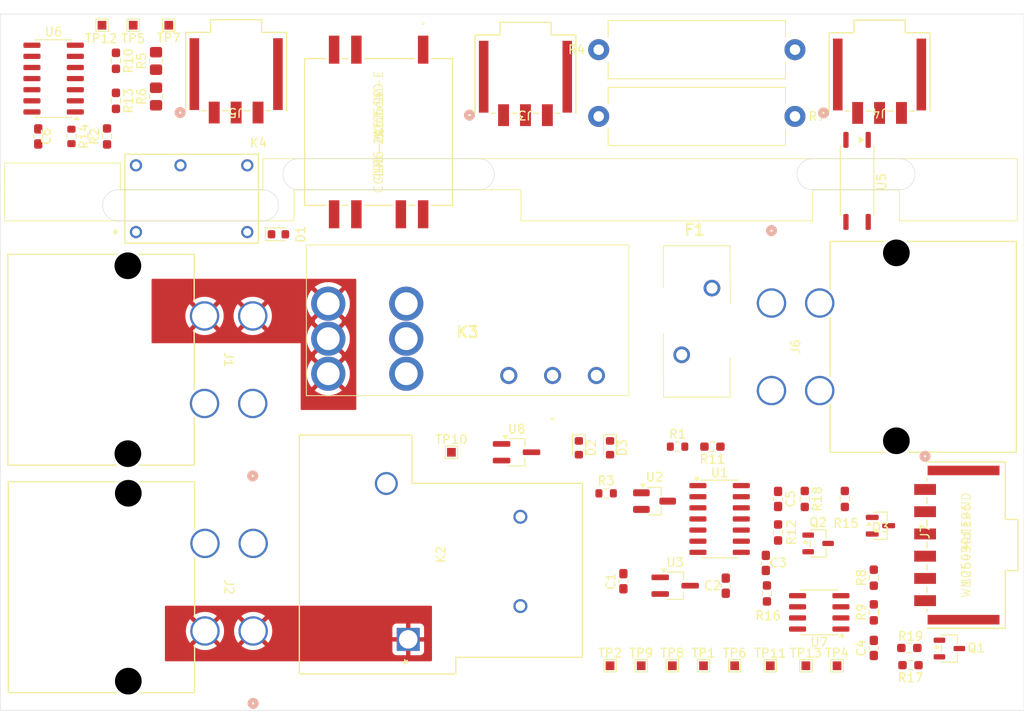
<source format=kicad_pcb>
(kicad_pcb (version 20241229) (generator "pcbnew") (generator_version "9.0")
  (title_block (title "Power Electronics Board") (date "1/31/2026") (rev "Revision 1.0") (company "Formula Slug"))
  (layers (0 "F.Cu" signal) (2 "B.Cu" signal) (13 "F.Paste" user) (15 "B.Paste" user) (5 "F.SilkS" user "F.Silkscreen") (7 "B.SilkS" user "B.Silkscreen") (1 "F.Mask" user) (3 "B.Mask" user) (25 "Edge.Cuts" user))
  (net 0 "")
  (net 1 "RTM_Out")
  (net 2 "GND")
  (net 3 "+5V_LV")
  (net 4 "Net-(U7-THR)")
  (net 5 "Net-(C5-Pad1)")
  (net 6 "TS-")
  (net 7 "Net-(C6-Pad1)")
  (net 8 "Shutdown Final")
  (net 9 "Net-(D2-K)")
  (net 10 "Reset Button")
  (net 11 "GLVMS")
  (net 12 "Net-(K3-COM_1)")
  (net 13 "+12V_BAT")
  (net 14 "Net-(J2-Pin_1)")
  (net 15 "/TS+")
  (net 18 "Net-(J4-Pin_3)")
  (net 19 "Net-(J4-Pin_1)")
  (net 21 "Net-(J5-Pin_1)")
  (net 22 "Net-(J5-Pin_3)")
  (net 23 "TS Ready")
  (net 24 "RTM_In")
  (net 25 "Net-(K2-Pad3)")
  (net 26 "Net-(Q1-G)")
  (net 27 "Net-(Q2-D)")
  (net 28 "Net-(Q2-G)")
  (net 29 "Net-(U1A-+)")
  (net 30 "Net-(U6A-+)")
  (net 31 "Net-(U1A--)")
  (net 32 "Net-(R5-Pad1)")
  (net 33 "Net-(U7-DIS)")
  (net 34 "2V Ref")
  (net 35 "+5V_Isolated")
  (net 36 "Net-(R14-Pad2)")
  (net 37 "Net-(U7-R)")
  (net 38 "Net-(U7-Q)")
  (footprint "Package_SO:SOIC-8_3.9x4.9mm_P1.27mm" (layer "F.Cu") (at 176.276 141.224 180)
    (property "Reference" "U7" (at 0 -3.4 0) (layer "F.SilkS"))
    (property "Value" "LM555xM")
    (pad "1" smd roundrect (at -2.475 -1.905 180) (size 1.95 0.6) (layers "F.Cu" "F.Mask" "F.Paste") (net 2 "GND"))
    (pad "2" smd roundrect (at -2.475 -0.635 180) (size 1.95 0.6) (layers "F.Cu" "F.Mask" "F.Paste") (net 4 "Net-(U7-THR)"))
    (pad "3" smd roundrect (at -2.475 0.635 180) (size 1.95 0.6) (layers "F.Cu" "F.Mask" "F.Paste") (net 38 "Net-(U7-Q)"))
    (pad "4" smd roundrect (at -2.475 1.905 180) (size 1.95 0.6) (layers "F.Cu" "F.Mask" "F.Paste") (net 37 "Net-(U7-R)"))
    (pad "5" smd roundrect (at 2.475 1.905 180) (size 1.95 0.6) (layers "F.Cu" "F.Mask" "F.Paste"))
    (pad "6" smd roundrect (at 2.475 0.635 180) (size 1.95 0.6) (layers "F.Cu" "F.Mask" "F.Paste") (net 4 "Net-(U7-THR)"))
    (pad "7" smd roundrect (at 2.475 -0.635 180) (size 1.95 0.6) (layers "F.Cu" "F.Mask" "F.Paste") (net 33 "Net-(U7-DIS)"))
    (pad "8" smd roundrect (at 2.475 -1.905 180) (size 1.95 0.6) (layers "F.Cu" "F.Mask" "F.Paste") (net 3 "+5V_LV"))
  )
  (footprint "FS_4_Global_Footprint_Library:CC1R5-1205SR-E" (layer "F.Cu") (at 125.984 86.36 -90)
    (property "Reference" "U4" (at 0 0 270) (layer "F.SilkS"))
    (property "Value" "CC1R5-1205SR-E")
    (property "Digikey PN" "445-2453-ND" (at 0 0 90) (layer "F.SilkS") (effects (font (thickness 0.1))))
    (property "MFG PN" "CC1R5-1205SR-E" (at 0 0 90) (layer "F.SilkS") (effects (font (thickness 0.1))))
    (property "MFG" "TDK-Lambda " (at 0 0 90) (layer "F.SilkS") (effects (font (thickness 0.1))))
    (fp_text user "*" (at 0 0 270) (layer "F.SilkS"))
    (fp_text user "*" (at 0 0 90) (layer "F.SilkS"))
    (pad "1" smd rect (at -9.399999 -5.085799 270) (size 3.2004 1.1938) (layers "F.Cu" "F.Mask" "F.Paste") (net 1 "RTM_Out"))
    (pad "2" smd rect (at -9.399999 2.534201 270) (size 3.2004 1.1938) (layers "F.Cu" "F.Mask" "F.Paste"))
    (pad "3" smd rect (at -9.399999 5.074201 270) (size 3.2004 1.1938) (layers "F.Cu" "F.Mask" "F.Paste") (net 2 "GND"))
    (pad "4" smd rect (at 9.399999 5.074201 270) (size 3.2004 1.1938) (layers "F.Cu" "F.Mask" "F.Paste"))
    (pad "5" smd rect (at 9.399999 2.534201 270) (size 3.2004 1.1938) (layers "F.Cu" "F.Mask" "F.Paste") (net 6 "TS-"))
    (pad "6" smd rect (at 9.399999 -2.545799 270) (size 3.2004 1.1938) (layers "F.Cu" "F.Mask" "F.Paste"))
    (pad "7" smd rect (at 9.399999 -5.085799 270) (size 3.2004 1.1938) (layers "F.Cu" "F.Mask" "F.Paste") (net 35 "+5V_Isolated"))
  )
  (footprint "Package_TO_SOT_SMD:TSOT-23_HandSoldering" (layer "F.Cu") (at 141.732 122.936)
    (property "Reference" "U8" (at 0 -2.65 0) (layer "F.SilkS"))
    (property "Value" "SZNUD3124LT1G")
    (pad "1" smd roundrect (at -1.71 -0.95) (size 2 0.65) (layers "F.Cu" "F.Mask" "F.Paste") (net 23 "TS Ready"))
    (pad "2" smd roundrect (at -1.71 0.95) (size 2 0.65) (layers "F.Cu" "F.Mask" "F.Paste") (net 2 "GND"))
    (pad "3" smd roundrect (at 1.71 0) (size 2 0.65) (layers "F.Cu" "F.Mask" "F.Paste") (net 25 "Net-(K2-Pad3)"))
  )
  (footprint "TestPoint:TestPoint_Pad_1.0x1.0mm" (layer "F.Cu") (at 155.956 147.32)
    (property "Reference" "TP9" (at 0 -1.448 0) (layer "F.SilkS"))
    (property "Value" "+12V_BAT")
    (pad "1" smd rect (at 0 0) (size 1 1) (layers "F.Cu" "F.Mask") (net 13 "+12V_BAT"))
  )
  (footprint "TestPoint:TestPoint_Pad_1.0x1.0mm" (layer "F.Cu") (at 166.624 147.32)
    (property "Reference" "TP6" (at 0 -1.448 0) (layer "F.SilkS"))
    (property "Value" "3.4V @ 12V ~ 3V @ 10.47V")
    (pad "1" smd rect (at 0 0) (size 1 1) (layers "F.Cu" "F.Mask") (net 29 "Net-(U1A-+)"))
  )
  (footprint "TestPoint:TestPoint_Pad_1.0x1.0mm" (layer "F.Cu") (at 102.043 74.168 180)
    (property "Reference" "TP7" (at 0 -1.448 0) (layer "F.SilkS"))
    (property "Value" "5V Isolated")
    (pad "1" smd rect (at 0 0 180) (size 1 1) (layers "F.Cu" "F.Mask") (net 35 "+5V_Isolated"))
  )
  (footprint "FS_4_Global_Footprint_Library:1054301103" (layer "F.Cu") (at 142.748 79.756 180)
    (property "Reference" "J3" (at 0 -4.683399 180) (layer "F.SilkS"))
    (property "Value" "1054301103")
    (pad "" smd rect (at -4.770001 -0.293401 180) (size 1.0922 8.2042) (layers "F.Cu" "F.Mask" "F.Paste"))
    (pad "" smd rect (at 4.770001 -0.293401 180) (size 1.0922 8.2042) (layers "F.Cu" "F.Mask" "F.Paste"))
    (pad "1" smd rect (at 2.5 -4.683399 180) (size 1.2446 2.4892) (layers "F.Cu" "F.Mask" "F.Paste") (net 6 "TS-"))
    (pad "2" smd rect (at 0 -4.683399 180) (size 1.2446 2.4892) (layers "F.Cu" "F.Mask" "F.Paste"))
    (pad "3" smd rect (at -2.5 -4.683399 180) (size 1.2446 2.4892) (layers "F.Cu" "F.Mask" "F.Paste") (net 15 "/TS+"))
  )
  (footprint "Resistor_SMD:R_0603_1608Metric_Pad0.98x0.95mm_HandSolder" (layer "F.Cu") (at 96.012 78.232 -90)
    (property "Reference" "R10" (at 0 -1.43 90) (layer "F.SilkS"))
    (property "Value" "10k")
    (pad "1" smd roundrect (at -0.9125 0 270) (size 0.975 0.95) (layers "F.Cu" "F.Mask" "F.Paste") (net 6 "TS-"))
    (pad "2" smd roundrect (at 0.9125 0 270) (size 0.975 0.95) (layers "F.Cu" "F.Mask" "F.Paste") (net 34 "2V Ref"))
  )
  (footprint "FS_4_Global_Footprint_Library:CONN_SDA-42820-0002_02_RC_MOL (42820-2223)" (layer "F.Cu") (at 170.8263 105.8964 90)
    (property "Reference" "J6" (at -5 2.75 90) (layer "F.SilkS"))
    (property "Value" "42820-2223")
    (pad "" np_thru_hole circle (at -15.729999 14.249999 90) (size 3.048 3.048) (drill 3.048) (layers))
    (pad "" np_thru_hole circle (at 5.729999 14.249999 90) (size 3.048 3.048) (drill 3.048) (layers))
    (pad "1_1" thru_hole circle (at 0 0 90) (size 3.3528 3.3528) (drill 2.8448) (layers "*.Cu" "*.Mask") (net 11 "GLVMS"))
    (pad "1_2" thru_hole circle (at 0 5.499999 90) (size 3.3528 3.3528) (drill 2.8448) (layers "*.Cu" "*.Mask") (net 11 "GLVMS"))
    (pad "2_1" thru_hole circle (at -10 0 90) (size 3.3528 3.3528) (drill 2.8448) (layers "*.Cu" "*.Mask") (net 2 "GND"))
    (pad "2_2" thru_hole circle (at -10 5.499999 90) (size 3.3528 3.3528) (drill 2.8448) (layers "*.Cu" "*.Mask") (net 2 "GND"))
  )
  (footprint "TestPoint:TestPoint_Pad_1.0x1.0mm" (layer "F.Cu") (at 170.688 147.32)
    (property "Reference" "TP11" (at 0 -1.448 0) (layer "F.SilkS"))
    (property "Value" "U1A Out")
    (pad "1" smd rect (at 0 0) (size 1 1) (layers "F.Cu" "F.Mask") (net 5 "Net-(C5-Pad1)"))
  )
  (footprint "Resistor_SMD:R_0603_1608Metric_Pad0.98x0.95mm_HandSolder" (layer "F.Cu") (at 164.084 122.298 180)
    (property "Reference" "R11" (at 0 -1.43 0) (layer "F.SilkS"))
    (property "Value" "10k")
    (pad "1" smd roundrect (at -0.9125 0 180) (size 0.975 0.95) (layers "F.Cu" "F.Mask" "F.Paste") (net 2 "GND"))
    (pad "2" smd roundrect (at 0.9125 0 180) (size 0.975 0.95) (layers "F.Cu" "F.Mask" "F.Paste") (net 29 "Net-(U1A-+)"))
  )
  (footprint "Resistor_SMD:R_0603_1608Metric_Pad0.98x0.95mm_HandSolder" (layer "F.Cu") (at 182.502 137.2635 90)
    (property "Reference" "R8" (at 0 -1.43 90) (layer "F.SilkS"))
    (property "Value" "1k")
    (pad "1" smd roundrect (at -0.9125 0 90) (size 0.975 0.95) (layers "F.Cu" "F.Mask" "F.Paste") (net 33 "Net-(U7-DIS)"))
    (pad "2" smd roundrect (at 0.9125 0 90) (size 0.975 0.95) (layers "F.Cu" "F.Mask" "F.Paste") (net 3 "+5V_LV"))
  )
  (footprint "TestPoint:TestPoint_Pad_1.0x1.0mm" (layer "F.Cu") (at 152.4 147.32)
    (property "Reference" "TP2" (at 0 -1.448 0) (layer "F.SilkS"))
    (property "Value" "12V")
    (pad "1" smd rect (at 0 0) (size 1 1) (layers "F.Cu" "F.Mask") (net 1 "RTM_Out"))
  )
  (footprint "FS_4_Global_Footprint_Library:01530008LXN" (layer "F.Cu") (at 166.116 109.728 90)
    (property "Reference" "F1" (at 12.192 -4.064 180) (layer "F.SilkS") (effects (font (size 1.27 1.27) (thickness 0.254))))
    (property "Value" "01530008LXN" (hide yes))
    (pad "" np_thru_hole circle (at 1.727 -3.81 90) (size 3.7846 3.7846) (drill 3.7846) (layers "*.Cu" "*.Mask"))
    (pad "1" thru_hole circle (at 5.537 -2.083 180) (size 1.905 1.905) (drill 1.27) (layers "*.Cu" "*.Mask") (net 12 "Net-(K3-COM_1)"))
    (pad "2" thru_hole circle (at -2.083 -5.537 180) (size 1.905 1.905) (drill 1.27) (layers "*.Cu" "*.Mask") (net 11 "GLVMS"))
  )
  (footprint "Capacitor_SMD:C_0603_1608Metric_Pad1.08x0.95mm_HandSolder" (layer "F.Cu") (at 171.576 128.27 -90)
    (property "Reference" "C5" (at 0 -1.43 90) (layer "F.SilkS"))
    (property "Value" "0.1uF")
    (pad "1" smd roundrect (at -0.8625 0 270) (size 1.075 0.95) (layers "F.Cu" "F.Mask" "F.Paste") (net 5 "Net-(C5-Pad1)"))
    (pad "2" smd roundrect (at 0.8625 0 270) (size 1.075 0.95) (layers "F.Cu" "F.Mask" "F.Paste") (net 2 "GND"))
  )
  (footprint "TestPoint:TestPoint_Pad_1.0x1.0mm" (layer "F.Cu") (at 163.068 147.32)
    (property "Reference" "TP1" (at 0 -1.448 0) (layer "F.SilkS"))
    (property "Value" "RTM")
    (pad "1" smd rect (at 0 0) (size 1 1) (layers "F.Cu" "F.Mask") (net 38 "Net-(U7-Q)"))
  )
  (footprint "TestPoint:TestPoint_Pad_1.0x1.0mm" (layer "F.Cu") (at 94.423 74.168)
    (property "Reference" "TP12" (at -0.108001 1.524 0) (layer "F.SilkS"))
    (property "Value" "U6A Out")
    (pad "1" smd rect (at 0 0) (size 1 1) (layers "F.Cu" "F.Mask") (net 7 "Net-(C6-Pad1)"))
  )
  (footprint "TestPoint:TestPoint_Pad_1.0x1.0mm" (layer "F.Cu") (at 134.298 122.936)
    (property "Reference" "TP10" (at 0 -1.448 0) (layer "F.SilkS"))
    (property "Value" "TS Ready")
    (pad "1" smd rect (at 0 0) (size 1 1) (layers "F.Cu" "F.Mask") (net 23 "TS Ready"))
  )
  (footprint "TestPoint:TestPoint_Pad_1.0x1.0mm" (layer "F.Cu") (at 178.308 147.32)
    (property "Reference" "TP4" (at 0 -1.448 0) (layer "F.SilkS"))
    (property "Value" "Shutdown Final")
    (pad "1" smd rect (at 0 0) (size 1 1) (layers "F.Cu" "F.Mask") (net 8 "Shutdown Final"))
  )
  (footprint "FS_4_Global_Footprint_Library:J115F1_1A_S_6_CRS" (layer "F.Cu") (at 129.3686 144.3072 90)
    (property "Reference" "K2" (at 9.6872 3.7274 90) (layer "F.SilkS"))
    (property "Value" "J115F11A24VDCS6.9")
    (fp_text user "*" (at -2.556199 0 90) (layer "F.SilkS"))
    (fp_text user "*" (at -2.556199 0 90) (layer "F.SilkS"))
    (pad "1" thru_hole rect (at 0 0 90) (size 2.6162 2.6162) (drill 2.1082) (layers "*.Cu" "*.Mask") (net 14 "Net-(J2-Pin_1)"))
    (pad "2" thru_hole circle (at 3.8 12.8 90) (size 1.6002 1.6002) (drill 1.0922) (layers "*.Cu" "*.Mask") (net 13 "+12V_BAT"))
    (pad "3" thru_hole circle (at 14 12.8 90) (size 1.6002 1.6002) (drill 1.0922) (layers "*.Cu" "*.Mask") (net 25 "Net-(K2-Pad3)"))
    (pad "4" thru_hole circle (at 17.8 -2.5 90) (size 2.6162 2.6162) (drill 2.1082) (layers "*.Cu" "*.Mask") (net 12 "Net-(K3-COM_1)"))
  )
  (footprint "Diode_SMD:D_0603_1608Metric" (layer "F.Cu") (at 148.844 122.428 -90)
    (property "Reference" "D2" (at 0 -1.43 90) (layer "F.SilkS"))
    (property "Value" "CD0603-B0340R")
    (pad "1" smd roundrect (at -0.7875 0 270) (size 0.875 0.95) (layers "F.Cu" "F.Mask" "F.Paste") (net 9 "Net-(D2-K)"))
    (pad "2" smd roundrect (at 0.7875 0 270) (size 0.875 0.95) (layers "F.Cu" "F.Mask" "F.Paste") (net 2 "GND"))
  )
  (footprint "Package_TO_SOT_SMD:SOT-23_Handsoldering" (layer "F.Cu") (at 157.48 128.518)
    (property "Reference" "U2" (at 0 -2.75 0) (layer "F.SilkS"))
    (property "Value" "LM4040D30QDBZR")
    (pad "1" smd roundrect (at -1.5 -0.95) (size 1.9 0.8) (layers "F.Cu" "F.Mask" "F.Paste") (net 31 "Net-(U1A--)"))
    (pad "2" smd roundrect (at -1.5 0.95) (size 1.9 0.8) (layers "F.Cu" "F.Mask" "F.Paste") (net 2 "GND"))
    (pad "3" smd roundrect (at 1.5 0) (size 1.9 0.8) (layers "F.Cu" "F.Mask" "F.Paste"))
  )
  (footprint "Package_TO_SOT_SMD:SOT-23-3" (layer "F.Cu") (at 176.148 133.35)
    (property "Reference" "Q2" (at 0 -2.4 0) (layer "F.SilkS"))
    (property "Value" "AO3400A")
    (pad "1" smd roundrect (at -1.1375 -0.95) (size 1.325 0.6) (layers "F.Cu" "F.Mask" "F.Paste") (net 28 "Net-(Q2-G)"))
    (pad "2" smd roundrect (at -1.1375 0.95) (size 1.325 0.6) (layers "F.Cu" "F.Mask" "F.Paste") (net 2 "GND"))
    (pad "3" smd roundrect (at 1.1375 0) (size 1.325 0.6) (layers "F.Cu" "F.Mask" "F.Paste") (net 27 "Net-(Q2-D)"))
  )
  (footprint "Resistor_SMD:R_0805_2012Metric_Pad1.20x1.40mm_HandSolder" (layer "F.Cu") (at 100.584 82.312 90)
    (property "Reference" "R6" (at 0 -1.65 90) (layer "F.SilkS"))
    (property "Value" "145k")
    (pad "1" smd roundrect (at -1 0 90) (size 1.2 1.4) (layers "F.Cu" "F.Mask" "F.Paste") (roundrect_rratio 0.208333) (net 30 "Net-(U6A-+)"))
    (pad "2" smd roundrect (at 1 0 90) (size 1.2 1.4) (layers "F.Cu" "F.Mask" "F.Paste") (roundrect_rratio 0.208333) (net 32 "Net-(R5-Pad1)"))
  )
  (footprint "FS_4_Global_Footprint_Library:CONN_SDA-42820-0002_02_RC_MOL (42820-2223)" (layer "F.Cu") (at 111.6217 117.3696 -90)
    (property "Reference" "J1" (at -5 2.75 270) (layer "F.SilkS"))
    (property "Value" "42820-2223")
    (pad "" np_thru_hole circle (at -15.729999 14.249999 270) (size 3.048 3.048) (drill 3.048) (layers))
    (pad "" np_thru_hole circle (at 5.729999 14.249999 270) (size 3.048 3.048) (drill 3.048) (layers))
    (pad "1_1" thru_hole circle (at 0 0 270) (size 3.3528 3.3528) (drill 2.8448) (layers "*.Cu" "*.Mask") (net 2 "GND"))
    (pad "1_2" thru_hole circle (at 0 5.499999 270) (size 3.3528 3.3528) (drill 2.8448) (layers "*.Cu" "*.Mask") (net 2 "GND"))
    (pad "2_1" thru_hole circle (at -10 0 270) (size 3.3528 3.3528) (drill 2.8448) (layers "*.Cu" "*.Mask") (net 13 "+12V_BAT"))
    (pad "2_2" thru_hole circle (at -10 5.499999 270) (size 3.3528 3.3528) (drill 2.8448) (layers "*.Cu" "*.Mask") (net 13 "+12V_BAT"))
  )
  (footprint "TestPoint:TestPoint_Pad_1.0x1.0mm" (layer "F.Cu") (at 97.979 74.168 180)
    (property "Reference" "TP5" (at 0 -1.524 0) (layer "F.SilkS"))
    (property "Value" "5V @TS 150V ~ 2V @TS 60V")
    (pad "1" smd rect (at 0 0 180) (size 1 1) (layers "F.Cu" "F.Mask") (net 30 "Net-(U6A-+)"))
  )
  (footprint "Resistor_SMD:R_0603_1608Metric_Pad0.98x0.95mm_HandSolder" (layer "F.Cu") (at 170.308 139.062 -90)
    (property "Reference" "R16" (at 2.54 -0.13 0) (layer "F.SilkS"))
    (property "Value" "10k")
    (pad "1" smd roundrect (at -0.9125 0 270) (size 0.975 0.95) (layers "F.Cu" "F.Mask" "F.Paste") (net 2 "GND"))
    (pad "2" smd roundrect (at 0.9125 0 270) (size 0.975 0.95) (layers "F.Cu" "F.Mask" "F.Paste") (net 37 "Net-(U7-R)"))
  )
  (footprint "Resistor_THT:R_Axial_Power_L20.0mm_W6.4mm_P22.40mm" (layer "F.Cu") (at 173.506 76.962 180)
    (property "Reference" "R4" (at 24.916 0 0) (layer "F.SilkS"))
    (property "Value" "5k")
    (pad "1" thru_hole circle (at 0 0 180) (size 2.4 2.4) (drill 1.2) (layers "*.Cu" "*.Mask") (net 19 "Net-(J4-Pin_1)"))
    (pad "2" thru_hole circle (at 22.4 0 180) (size 2.4 2.4) (drill 1.2) (layers "*.Cu" "*.Mask") (net 15 "/TS+"))
  )
  (footprint "FS_4_Global_Footprint_Library:1054301106" (layer "F.Cu") (at 193.04 133.538 90)
    (property "Reference" "J7" (at 1.524 -4.683399 90) (layer "F.SilkS"))
    (property "Value" "1054301106")
    (property "Digikey PN" "WM26094CT-ND" (at 0 0 90) (layer "F.SilkS") (effects (font (thickness 0.1))))
    (property "MFG PN" "1054301106" (at 0 0 90) (layer "F.SilkS") (effects (font (thickness 0.1))))
    (property "MFG" "Molex" (at 1.524 0 90) (layer "F.SilkS") (effects (font (thickness 0.1))))
    (pad "" smd rect (at -8.519998 -0.293401 90) (size 1.0922 8.2042) (layers "F.Cu" "F.Mask" "F.Paste"))
    (pad "" smd rect (at 8.519998 -0.293401 90) (size 1.0922 8.2042) (layers "F.Cu" "F.Mask" "F.Paste"))
    (pad "1" smd rect (at 6.35 -4.683399 90) (size 1.2446 2.4892) (layers "F.Cu" "F.Mask" "F.Paste") (net 1 "RTM_Out"))
    (pad "2" smd rect (at 3.81 -4.683399 90) (size 1.2446 2.4892) (layers "F.Cu" "F.Mask" "F.Paste") (net 1 "RTM_Out"))
    (pad "3" smd rect (at 1.27 -4.683399 90) (size 1.2446 2.4892) (layers "F.Cu" "F.Mask" "F.Paste") (net 24 "RTM_In"))
    (pad "4" smd rect (at -1.27 -4.683399 90) (size 1.2446 2.4892) (layers "F.Cu" "F.Mask" "F.Paste") (net 10 "Reset Button"))
    (pad "5" smd rect (at -3.81 -4.683399 90) (size 1.2446 2.4892) (layers "F.Cu" "F.Mask" "F.Paste") (net 8 "Shutdown Final"))
    (pad "6" smd rect (at -6.35 -4.683399 90) (size 1.2446 2.4892) (layers "F.Cu" "F.Mask" "F.Paste") (net 23 "TS Ready"))
  )
  (footprint "Diode_SMD:D_0603_1608Metric" (layer "F.Cu") (at 114.554 98.044)
    (property "Reference" "D1" (at 2.54 0 90) (layer "F.SilkS"))
    (property "Value" "CD0603-B0340R")
    (pad "1" smd roundrect (at -0.7875 0) (size 0.875 0.95) (layers "F.Cu" "F.Mask" "F.Paste") (net 8 "Shutdown Final"))
    (pad "2" smd roundrect (at 0.7875 0) (size 0.875 0.95) (layers "F.Cu" "F.Mask" "F.Paste") (net 2 "GND"))
  )
  (footprint "Resistor_THT:R_Axial_Power_L20.0mm_W6.4mm_P22.40mm" (layer "F.Cu") (at 151.106 84.582)
    (property "Reference" "R7" (at 24.916 0 0) (layer "F.SilkS"))
    (property "Value" "5k")
    (pad "1" thru_hole circle (at 0 0) (size 2.4 2.4) (drill 1.2) (layers "*.Cu" "*.Mask") (net 6 "TS-"))
    (pad "2" thru_hole circle (at 22.4 0) (size 2.4 2.4) (drill 1.2) (layers "*.Cu" "*.Mask") (net 18 "Net-(J4-Pin_3)"))
  )
  (footprint "TestPoint:TestPoint_Pad_1.0x1.0mm" (layer "F.Cu") (at 174.752 147.32)
    (property "Reference" "TP13" (at 0 -1.448 0) (layer "F.SilkS"))
    (property "Value" "GND")
    (pad "1" smd rect (at 0 0) (size 1 1) (layers "F.Cu" "F.Mask") (net 2 "GND"))
  )
  (footprint "Resistor_SMD:R_0603_1608Metric_Pad0.98x0.95mm_HandSolder" (layer "F.Cu") (at 174.624 128.27 -90)
    (property "Reference" "R18" (at 0 -1.43 90) (layer "F.SilkS"))
    (property "Value" "1k")
    (pad "1" smd roundrect (at -0.9125 0 270) (size 0.975 0.95) (layers "F.Cu" "F.Mask" "F.Paste") (net 5 "Net-(C5-Pad1)"))
    (pad "2" smd roundrect (at 0.9125 0 270) (size 0.975 0.95) (layers "F.Cu" "F.Mask" "F.Paste") (net 28 "Net-(Q2-G)"))
  )
  (footprint "Resistor_SMD:R_0603_1608Metric" (layer "F.Cu") (at 90.932 86.868 -90)
    (property "Reference" "R14" (at 0 -1.43 90) (layer "F.SilkS"))
    (property "Value" "2k")
    (pad "1" smd roundrect (at -0.825 0 270) (size 0.8 0.95) (layers "F.Cu" "F.Mask" "F.Paste") (net 7 "Net-(C6-Pad1)"))
    (pad "2" smd roundrect (at 0.825 0 270) (size 0.8 0.95) (layers "F.Cu" "F.Mask" "F.Paste") (net 36 "Net-(R14-Pad2)"))
  )
  (footprint "Resistor_SMD:R_0603_1608Metric_Pad0.98x0.95mm_HandSolder" (layer "F.Cu") (at 186.69 147.254 180)
    (property "Reference" "R17" (at 0 -1.43 0) (layer "F.SilkS"))
    (property "Value" "10k")
    (pad "1" smd roundrect (at -0.9125 0 180) (size 0.975 0.95) (layers "F.Cu" "F.Mask" "F.Paste") (net 2 "GND"))
    (pad "2" smd roundrect (at 0.9125 0 180) (size 0.975 0.95) (layers "F.Cu" "F.Mask" "F.Paste") (net 38 "Net-(U7-Q)"))
  )
  (footprint "FS_4_Global_Footprint_Library:1054301103" (layer "F.Cu") (at 109.728 79.459003 180)
    (property "Reference" "J5" (at 0 -4.683399 180) (layer "F.SilkS"))
    (property "Value" "1054301103")
    (pad "" smd rect (at -4.770001 -0.293401 180) (size 1.0922 8.2042) (layers "F.Cu" "F.Mask" "F.Paste"))
    (pad "" smd rect (at 4.770001 -0.293401 180) (size 1.0922 8.2042) (layers "F.Cu" "F.Mask" "F.Paste"))
    (pad "1" smd rect (at 2.5 -4.683399 180) (size 1.2446 2.4892) (layers "F.Cu" "F.Mask" "F.Paste") (net 21 "Net-(J5-Pin_1)"))
    (pad "2" smd rect (at 0 -4.683399 180) (size 1.2446 2.4892) (layers "F.Cu" "F.Mask" "F.Paste"))
    (pad "3" smd rect (at -2.5 -4.683399 180) (size 1.2446 2.4892) (layers "F.Cu" "F.Mask" "F.Paste") (net 22 "Net-(J5-Pin_3)"))
  )
  (footprint "Resistor_SMD:R_0603_1608Metric_Pad0.98x0.95mm_HandSolder" (layer "F.Cu") (at 96.012 82.804 -90)
    (property "Reference" "R13" (at 0 -1.43 90) (layer "F.SilkS"))
    (property "Value" "15k")
    (pad "1" smd roundrect (at -0.9125 0 270) (size 0.975 0.95) (layers "F.Cu" "F.Mask" "F.Paste") (net 34 "2V Ref"))
    (pad "2" smd roundrect (at 0.9125 0 270) (size 0.975 0.95) (layers "F.Cu" "F.Mask" "F.Paste") (net 35 "+5V_Isolated"))
  )
  (footprint "Package_SO:SOIC-14_3.9x8.7mm_P1.27mm" (layer "F.Cu") (at 164.907 130.556)
    (property "Reference" "U1" (at 0 -5.28 0) (layer "F.SilkS"))
    (property "Value" "MCP6004")
    (pad "1" smd roundrect (at -2.475 -3.81) (size 1.95 0.6) (layers "F.Cu" "F.Mask" "F.Paste") (net 5 "Net-(C5-Pad1)"))
    (pad "2" smd roundrect (at -2.475 -2.54) (size 1.95 0.6) (layers "F.Cu" "F.Mask" "F.Paste") (net 31 "Net-(U1A--)"))
    (pad "3" smd roundrect (at -2.475 -1.27) (size 1.95 0.6) (layers "F.Cu" "F.Mask" "F.Paste") (net 29 "Net-(U1A-+)"))
    (pad "4" smd roundrect (at -2.475 0) (size 1.95 0.6) (layers "F.Cu" "F.Mask" "F.Paste") (net 3 "+5V_LV"))
    (pad "5" smd roundrect (at -2.475 1.27) (size 1.95 0.6) (layers "F.Cu" "F.Mask" "F.Paste"))
    (pad "6" smd roundrect (at -2.475 2.54) (size 1.95 0.6) (layers "F.Cu" "F.Mask" "F.Paste"))
    (pad "7" smd roundrect (at -2.475 3.81) (size 1.95 0.6) (layers "F.Cu" "F.Mask" "F.Paste"))
    (pad "8" smd roundrect (at 2.475 3.81) (size 1.95 0.6) (layers "F.Cu" "F.Mask" "F.Paste"))
    (pad "9" smd roundrect (at 2.475 2.54) (size 1.95 0.6) (layers "F.Cu" "F.Mask" "F.Paste"))
    (pad "10" smd roundrect (at 2.475 1.27) (size 1.95 0.6) (layers "F.Cu" "F.Mask" "F.Paste"))
    (pad "11" smd roundrect (at 2.475 0) (size 1.95 0.6) (layers "F.Cu" "F.Mask" "F.Paste") (net 2 "GND"))
    (pad "12" smd roundrect (at 2.475 -1.27) (size 1.95 0.6) (layers "F.Cu" "F.Mask" "F.Paste"))
    (pad "13" smd roundrect (at 2.475 -2.54) (size 1.95 0.6) (layers "F.Cu" "F.Mask" "F.Paste"))
    (pad "14" smd roundrect (at 2.475 -3.81) (size 1.95 0.6) (layers "F.Cu" "F.Mask" "F.Paste"))
  )
  (footprint "Package_TO_SOT_SMD:SOT-23" (layer "F.Cu") (at 183.26 131.324)
    (property "Reference" "Q3" (at 0 0.248 0) (layer "F.SilkS"))
    (property "Value" "DMG2301L")
    (pad "1" smd roundrect (at -0.9375 -0.95) (size 1.475 0.6) (layers "F.Cu" "F.Mask" "F.Paste") (net 27 "Net-(Q2-D)"))
    (pad "2" smd roundrect (at -0.9375 0.95) (size 1.475 0.6) (layers "F.Cu" "F.Mask" "F.Paste") (net 1 "RTM_Out"))
    (pad "3" smd roundrect (at 0.9375 0) (size 1.475 0.6) (layers "F.Cu" "F.Mask" "F.Paste") (net 9 "Net-(D2-K)"))
  )
  (footprint "Resistor_SMD:R_0603_1608Metric_Pad0.98x0.95mm_HandSolder" (layer "F.Cu") (at 182.502 141.224 90)
    (property "Reference" "R9" (at 0 -1.43 90) (layer "F.SilkS"))
    (property "Value" "200k")
    (pad "1" smd roundrect (at -0.9125 0 90) (size 0.975 0.95) (layers "F.Cu" "F.Mask" "F.Paste") (net 33 "Net-(U7-DIS)"))
    (pad "2" smd roundrect (at 0.9125 0 90) (size 0.975 0.95) (layers "F.Cu" "F.Mask" "F.Paste") (net 4 "Net-(U7-THR)"))
  )
  (footprint "Capacitor_SMD:C_0603_1608Metric_Pad1.08x0.95mm_HandSolder" (layer "F.Cu") (at 165.608 138.176 90)
    (property "Reference" "C2" (at 0 -1.524 180) (layer "F.SilkS"))
    (property "Value" "1uF")
    (pad "1" smd roundrect (at -0.8625 0 90) (size 1.075 0.95) (layers "F.Cu" "F.Mask" "F.Paste") (net 3 "+5V_LV"))
    (pad "2" smd roundrect (at 0.8625 0 90) (size 1.075 0.95) (layers "F.Cu" "F.Mask" "F.Paste") (net 2 "GND"))
  )
  (footprint "Package_TO_SOT_SMD:TSOT-23_HandSoldering" (layer "F.Cu") (at 159.834 138.176)
    (property "Reference" "U3" (at 0 -2.65 0) (layer "F.SilkS"))
    (property "Value" "MCP1703AT-5002E/CB")
    (pad "1" smd roundrect (at -1.71 -0.95) (size 2 0.65) (layers "F.Cu" "F.Mask" "F.Paste") (net 2 "GND"))
    (pad "2" smd roundrect (at -1.71 0.95) (size 2 0.65) (layers "F.Cu" "F.Mask" "F.Paste") (net 3 "+5V_LV"))
    (pad "3" smd roundrect (at 1.71 0) (size 2 0.65) (layers "F.Cu" "F.Mask" "F.Paste") (net 1 "RTM_Out"))
  )
  (footprint "Package_SO:SOIC-14_3.9x8.7mm_P1.27mm" (layer "F.Cu") (at 88.9 80.264 180)
    (property "Reference" "U6" (at 0 5.334 0) (layer "F.SilkS"))
    (property "Value" "MCP6004")
    (pad "1" smd roundrect (at -2.475 -3.81 180) (size 1.95 0.6) (layers "F.Cu" "F.Mask" "F.Paste") (net 7 "Net-(C6-Pad1)"))
    (pad "2" smd roundrect (at -2.475 -2.54 180) (size 1.95 0.6) (layers "F.Cu" "F.Mask" "F.Paste") (net 34 "2V Ref"))
    (pad "3" smd roundrect (at -2.475 -1.27 180) (size 1.95 0.6) (layers "F.Cu" "F.Mask" "F.Paste") (net 30 "Net-(U6A-+)"))
    (pad "4" smd roundrect (at -2.475 0 180) (size 1.95 0.6) (layers "F.Cu" "F.Mask" "F.Paste") (net 35 "+5V_Isolated"))
    (pad "5" smd roundrect (at -2.475 1.27 180) (size 1.95 0.6) (layers "F.Cu" "F.Mask" "F.Paste"))
    (pad "6" smd roundrect (at -2.475 2.54 180) (size 1.95 0.6) (layers "F.Cu" "F.Mask" "F.Paste"))
    (pad "7" smd roundrect (at -2.475 3.81 180) (size 1.95 0.6) (layers "F.Cu" "F.Mask" "F.Paste"))
    (pad "8" smd roundrect (at 2.475 3.81 180) (size 1.95 0.6) (layers "F.Cu" "F.Mask" "F.Paste"))
    (pad "9" smd roundrect (at 2.475 2.54 180) (size 1.95 0.6) (layers "F.Cu" "F.Mask" "F.Paste"))
    (pad "10" smd roundrect (at 2.475 1.27 180) (size 1.95 0.6) (layers "F.Cu" "F.Mask" "F.Paste"))
    (pad "11" smd roundrect (at 2.475 0 180) (size 1.95 0.6) (layers "F.Cu" "F.Mask" "F.Paste") (net 6 "TS-"))
    (pad "12" smd roundrect (at 2.475 -1.27 180) (size 1.95 0.6) (layers "F.Cu" "F.Mask" "F.Paste"))
    (pad "13" smd roundrect (at 2.475 -2.54 180) (size 1.95 0.6) (layers "F.Cu" "F.Mask" "F.Paste"))
    (pad "14" smd roundrect (at 2.475 -3.81 180) (size 1.95 0.6) (layers "F.Cu" "F.Mask" "F.Paste"))
  )
  (footprint "FS_4_Global_Footprint_Library:EW601A3CL12D0400000" (layer "F.Cu") (at 145.844 114.17)
    (property "Reference" "K3" (at -9.7 -4.95 0) (layer "F.SilkS") (effects (font (size 1.27 1.27) (thickness 0.254))))
    (property "Value" "EW60-1A3-CL12D04,00000" (hide yes))
    (pad "1" thru_hole circle (at -25.6 -0.2) (size 3.9 3.9) (drill 2.6) (layers "*.Cu" "*.Mask") (net 13 "+12V_BAT"))
    (pad "2" thru_hole circle (at -25.6 -4.2) (size 3.9 3.9) (drill 2.6) (layers "*.Cu" "*.Mask") (net 13 "+12V_BAT"))
    (pad "3" thru_hole circle (at -25.6 -8.2) (size 3.9 3.9) (drill 2.6) (layers "*.Cu" "*.Mask") (net 13 "+12V_BAT"))
    (pad "4" thru_hole circle (at -16.7 -0.2) (size 3.9 3.9) (drill 2.6) (layers "*.Cu" "*.Mask") (net 12 "Net-(K3-COM_1)"))
    (pad "5" thru_hole circle (at -16.7 -4.2) (size 3.9 3.9) (drill 2.6) (layers "*.Cu" "*.Mask") (net 12 "Net-(K3-COM_1)"))
    (pad "6" thru_hole circle (at -16.7 -8.2) (size 3.9 3.9) (drill 2.6) (layers "*.Cu" "*.Mask") (net 12 "Net-(K3-COM_1)"))
    (pad "A1" thru_hole circle (at 0 0) (size 1.95 1.95) (drill 1.3) (layers "*.Cu" "*.Mask") (net 2 "GND"))
    (pad "A2" thru_hole circle (at 5 0) (size 1.95 1.95) (drill 1.3) (layers "*.Cu" "*.Mask") (net 10 "Reset Button"))
    (pad "A3" thru_hole circle (at -5 0) (size 1.95 1.95) (drill 1.3) (layers "*.Cu" "*.Mask") (net 9 "Net-(D2-K)"))
  )
  (footprint "Resistor_SMD:R_0603_1608Metric_Pad0.98x0.95mm_HandSolder" (layer "F.Cu") (at 171.576 132.1005 -90)
    (property "Reference" "R12" (at 0 -1.524 90) (layer "F.SilkS"))
    (property "Value" "10k")
    (pad "1" smd roundrect (at -0.9125 0 270) (size 0.975 0.95) (layers "F.Cu" "F.Mask" "F.Paste") (net 2 "GND"))
    (pad "2" smd roundrect (at 0.9125 0 270) (size 0.975 0.95) (layers "F.Cu" "F.Mask" "F.Paste") (net 5 "Net-(C5-Pad1)"))
  )
  (footprint "Package_TO_SOT_SMD:SOT-23-3" (layer "F.Cu") (at 191.1295 145.354)
    (property "Reference" "Q1" (at 3.048 -0.066 0) (layer "F.SilkS"))
    (property "Value" "AO3400A")
    (pad "1" smd roundrect (at -1.1375 -0.95) (size 1.325 0.6) (layers "F.Cu" "F.Mask" "F.Paste") (net 26 "Net-(Q1-G)"))
    (pad "2" smd roundrect (at -1.1375 0.95) (size 1.325 0.6) (layers "F.Cu" "F.Mask" "F.Paste") (net 2 "GND"))
    (pad "3" smd roundrect (at 1.1375 0) (size 1.325 0.6) (layers "F.Cu" "F.Mask" "F.Paste") (net 24 "RTM_In"))
  )
  (footprint "Resistor_SMD:R_0603_1608Metric_Pad0.98x0.95mm_HandSolder" (layer "F.Cu") (at 179.196 128.27 -90)
    (property "Reference" "R15" (at 2.794 -0.128 180) (layer "F.SilkS"))
    (property "Value" "10k")
    (pad "1" smd roundrect (at -0.9125 0 270) (size 0.975 0.95) (layers "F.Cu" "F.Mask" "F.Paste") (net 27 "Net-(Q2-D)"))
    (pad "2" smd roundrect (at 0.9125 0 270) (size 0.975 0.95) (layers "F.Cu" "F.Mask" "F.Paste") (net 1 "RTM_Out"))
  )
  (footprint "Resistor_SMD:R_0805_2012Metric_Pad1.20x1.40mm_HandSolder" (layer "F.Cu") (at 100.584 78.248 90)
    (property "Reference" "R5" (at 0 -1.65 90) (layer "F.SilkS"))
    (property "Value" "145k")
    (pad "1" smd roundrect (at -1 0 90) (size 1.2 1.4) (layers "F.Cu" "F.Mask" "F.Paste") (roundrect_rratio 0.208333) (net 32 "Net-(R5-Pad1)"))
    (pad "2" smd roundrect (at 1 0 90) (size 1.2 1.4) (layers "F.Cu" "F.Mask" "F.Paste") (roundrect_rratio 0.208333) (net 15 "/TS+"))
  )
  (footprint "Resistor_SMD:R_0603_1608Metric_Pad0.98x0.95mm_HandSolder" (layer "F.Cu") (at 94.996 86.868 90)
    (property "Reference" "R2" (at 0 -1.43 90) (layer "F.SilkS"))
    (property "Value" "10k")
    (pad "1" smd roundrect (at -0.9125 0 90) (size 0.975 0.95) (layers "F.Cu" "F.Mask" "F.Paste") (net 6 "TS-"))
    (pad "2" smd roundrect (at 0.9125 0 90) (size 0.975 0.95) (layers "F.Cu" "F.Mask" "F.Paste") (net 30 "Net-(U6A-+)"))
  )
  (footprint "Capacitor_SMD:C_0603_1608Metric_Pad1.08x0.95mm_HandSolder" (layer "F.Cu") (at 182.502 145.288 90)
    (property "Reference" "C4" (at 0 -1.43 90) (layer "F.SilkS"))
    (property "Value" "1uF")
    (pad "1" smd roundrect (at -0.8625 0 90) (size 1.075 0.95) (layers "F.Cu" "F.Mask" "F.Paste") (net 4 "Net-(U7-THR)"))
    (pad "2" smd roundrect (at 0.8625 0 90) (size 1.075 0.95) (layers "F.Cu" "F.Mask" "F.Paste") (net 2 "GND"))
  )
  (footprint "Diode_SMD:D_0603_1608Metric" (layer "F.Cu") (at 152.4 122.428 -90)
    (property "Reference" "D3" (at 0 -1.43 90) (layer "F.SilkS"))
    (property "Value" "CD0603-B0340R")
    (pad "1" smd roundrect (at -0.7875 0 270) (size 0.875 0.95) (layers "F.Cu" "F.Mask" "F.Paste") (net 10 "Reset Button"))
    (pad "2" smd roundrect (at 0.7875 0 270) (size 0.875 0.95) (layers "F.Cu" "F.Mask" "F.Paste") (net 2 "GND"))
  )
  (footprint "Capacitor_SMD:C_0603_1608Metric_Pad1.08x0.95mm_HandSolder" (layer "F.Cu") (at 153.924 137.668 90)
    (property "Reference" "C1" (at 0 -1.43 90) (layer "F.SilkS"))
    (property "Value" "1uF")
    (pad "1" smd roundrect (at -0.8625 0 90) (size 1.075 0.95) (layers "F.Cu" "F.Mask" "F.Paste") (net 1 "RTM_Out"))
    (pad "2" smd roundrect (at 0.8625 0 90) (size 1.075 0.95) (layers "F.Cu" "F.Mask" "F.Paste") (net 2 "GND"))
  )
  (footprint "FS_4_Global_Footprint_Library:DS1E-ML-DC12V" (layer "F.Cu") (at 98.298 97.79 90)
    (property "Reference" "K4" (at 10.16 13.97 0) (layer "F.SilkS"))
    (property "Value" "DS1E-ML-DC12V")
    (fp_text user "*" (at 0 -2.032 90) (layer "F.SilkS"))
    (fp_text user "*" (at 0 -2.032 90) (layer "F.SilkS"))
    (pad "1" thru_hole circle (at 0 0 90) (size 1.397 1.397) (drill 0.889) (layers "*.Cu" "*.Mask") (net 8 "Shutdown Final"))
    (pad "6" thru_hole circle (at 0 12.7 90) (size 1.397 1.397) (drill 0.889) (layers "*.Cu" "*.Mask") (net 2 "GND"))
    (pad "7" thru_hole circle (at 7.62 12.7 90) (size 1.397 1.397) (drill 0.889) (layers "*.Cu" "*.Mask") (net 21 "Net-(J5-Pin_1)"))
    (pad "10" thru_hole circle (at 7.62 5.08 90) (size 1.397 1.397) (drill 0.889) (layers "*.Cu" "*.Mask") (net 22 "Net-(J5-Pin_3)"))
    (pad "12" thru_hole circle (at 7.62 0 90) (size 1.397 1.397) (drill 0.889) (layers "*.Cu" "*.Mask"))
  )
  (footprint "FS_4_Global_Footprint_Library:1054301103" (layer "F.Cu") (at 183.1594 79.502 180)
    (property "Reference" "J4" (at 0 -4.683399 180) (layer "F.SilkS"))
    (property "Value" "1054301103")
    (pad "" smd rect (at -4.770001 -0.293401 180) (size 1.0922 8.2042) (layers "F.Cu" "F.Mask" "F.Paste"))
    (pad "" smd rect (at 4.770001 -0.293401 180) (size 1.0922 8.2042) (layers "F.Cu" "F.Mask" "F.Paste"))
    (pad "1" smd rect (at 2.5 -4.683399 180) (size 1.2446 2.4892) (layers "F.Cu" "F.Mask" "F.Paste") (net 19 "Net-(J4-Pin_1)"))
    (pad "2" smd rect (at 0 -4.683399 180) (size 1.2446 2.4892) (layers "F.Cu" "F.Mask" "F.Paste"))
    (pad "3" smd rect (at -2.5 -4.683399 180) (size 1.2446 2.4892) (layers "F.Cu" "F.Mask" "F.Paste") (net 18 "Net-(J4-Pin_3)"))
  )
  (footprint "Resistor_SMD:R_0603_1608Metric_Pad0.98x0.95mm_HandSolder" (layer "F.Cu") (at 186.5575 145.288 180)
    (property "Reference" "R19" (at -0.1325 1.336 180) (layer "F.SilkS"))
    (property "Value" "1k")
    (pad "1" smd roundrect (at -0.9125 0 180) (size 0.975 0.95) (layers "F.Cu" "F.Mask" "F.Paste") (net 26 "Net-(Q1-G)"))
    (pad "2" smd roundrect (at 0.9125 0 180) (size 0.975 0.95) (layers "F.Cu" "F.Mask" "F.Paste") (net 38 "Net-(U7-Q)"))
  )
  (footprint "Capacitor_SMD:C_0603_1608Metric_Pad1.08x0.95mm_HandSolder" (layer "F.Cu") (at 170.18 135.575 -90)
    (property "Reference" "C3" (at 0 -1.43 180) (layer "F.SilkS"))
    (property "Value" "0.01uF")
    (pad "1" smd roundrect (at -0.8625 0 270) (size 1.075 0.95) (layers "F.Cu" "F.Mask" "F.Paste") (net 3 "+5V_LV"))
    (pad "2" smd roundrect (at 0.8625 0 270) (size 1.075 0.95) (layers "F.Cu" "F.Mask" "F.Paste") (net 2 "GND"))
  )
  (footprint "Capacitor_SMD:C_0603_1608Metric_Pad1.08x0.95mm_HandSolder" (layer "F.Cu") (at 87.141998 86.868 -90)
    (property "Reference" "C6" (at 0 -0.922 90) (layer "F.SilkS"))
    (property "Value" "0.1uF")
    (pad "1" smd roundrect (at -0.8625 0 270) (size 1.075 0.95) (layers "F.Cu" "F.Mask" "F.Paste") (net 7 "Net-(C6-Pad1)"))
    (pad "2" smd roundrect (at 0.8625 0 270) (size 1.075 0.95) (layers "F.Cu" "F.Mask" "F.Paste") (net 6 "TS-"))
  )
  (footprint "FS_4_Global_Footprint_Library:CONN_SDA-42820-0002_02_RC_MOL (42820-2223)" (layer "F.Cu") (at 111.671999 143.35 -90)
    (property "Reference" "J2" (at -5 2.75 270) (layer "F.SilkS"))
    (property "Value" "42820-2223")
    (pad "" np_thru_hole circle (at -15.729999 14.249999 270) (size 3.048 3.048) (drill 3.048) (layers))
    (pad "" np_thru_hole circle (at 5.729999 14.249999 270) (size 3.048 3.048) (drill 3.048) (layers))
    (pad "1_1" thru_hole circle (at 0 0 270) (size 3.3528 3.3528) (drill 2.8448) (layers "*.Cu" "*.Mask") (net 14 "Net-(J2-Pin_1)"))
    (pad "1_2" thru_hole circle (at 0 5.499999 270) (size 3.3528 3.3528) (drill 2.8448) (layers "*.Cu" "*.Mask") (net 14 "Net-(J2-Pin_1)"))
    (pad "2_1" thru_hole circle (at -10 0 270) (size 3.3528 3.3528) (drill 2.8448) (layers "*.Cu" "*.Mask") (net 2 "GND"))
    (pad "2_2" thru_hole circle (at -10 5.499999 270) (size 3.3528 3.3528) (drill 2.8448) (layers "*.Cu" "*.Mask") (net 2 "GND"))
  )
  (footprint "Resistor_SMD:R_0603_1608Metric" (layer "F.Cu") (at 151.955 127.632)
    (property "Reference" "R3" (at 0 -1.43 0) (layer "F.SilkS"))
    (property "Value" "100k")
    (pad "1" smd roundrect (at -0.825 0) (size 0.8 0.95) (layers "F.Cu" "F.Mask" "F.Paste") (net 13 "+12V_BAT"))
    (pad "2" smd roundrect (at 0.825 0) (size 0.8 0.95) (layers "F.Cu" "F.Mask" "F.Paste") (net 31 "Net-(U1A--)"))
  )
  (footprint "Package_SO:SO-4_7.6x3.6mm_P2.54mm" (layer "F.Cu") (at 180.594 91.948 -90)
    (property "Reference" "U5" (at 0.1155 -2.794 90) (layer "F.SilkS"))
    (property "Value" "ISOM8111DFSR")
    (pad "1" smd roundrect (at -4.6875 -1.27 270) (size 1.825 0.6) (layers "F.Cu" "F.Mask" "F.Paste") (net 36 "Net-(R14-Pad2)"))
    (pad "2" smd roundrect (at -4.6875 1.27 270) (size 1.825 0.6) (layers "F.Cu" "F.Mask" "F.Paste") (net 6 "TS-"))
    (pad "3" smd roundrect (at 4.6875 1.27 270) (size 1.825 0.6) (layers "F.Cu" "F.Mask" "F.Paste") (net 37 "Net-(U7-R)"))
    (pad "4" smd roundrect (at 4.6875 -1.27 270) (size 1.825 0.6) (layers "F.Cu" "F.Mask" "F.Paste") (net 3 "+5V_LV"))
  )
  (footprint "Resistor_SMD:R_0603_1608Metric" (layer "F.Cu") (at 160.1075 122.298)
    (property "Reference" "R1" (at 0 -1.43 0) (layer "F.SilkS"))
    (property "Value" "24.9k")
    (pad "1" smd roundrect (at -0.825 0) (size 0.8 0.95) (layers "F.Cu" "F.Mask" "F.Paste") (net 13 "+12V_BAT"))
    (pad "2" smd roundrect (at 0.825 0) (size 0.8 0.95) (layers "F.Cu" "F.Mask" "F.Paste") (net 29 "Net-(U1A-+)"))
  )
  (footprint "TestPoint:TestPoint_Pad_1.0x1.0mm" (layer "F.Cu") (at 159.512 147.32)
    (property "Reference" "TP8" (at 0 -1.448 0) (layer "F.SilkS"))
    (property "Value" "5V LV")
    (pad "1" smd rect (at 0 0) (size 1 1) (layers "F.Cu" "F.Mask") (net 3 "+5V_LV"))
  )
  (gr_line (start 185.42 92.964) (end 185.42 96.52) (stroke (width 0.1)) (layer "F.SilkS"))
  (gr_line (start 142.24 96.52) (end 175.514 96.52) (stroke (width 0.1)) (layer "F.SilkS"))
  (gr_line (start 96.52 92.964) (end 112.776 92.964) (stroke (width 0.1)) (layer "F.SilkS"))
  (gr_line (start 175.514 96.52) (end 175.514 92.964) (stroke (width 0.1)) (layer "F.SilkS"))
  (gr_line (start 185.42 96.52) (end 198.882 96.52) (stroke (width 0.1)) (layer "F.SilkS"))
  (gr_line (start 115.316 96.52) (end 113.284 96.52) (stroke (width 0.1)) (layer "F.SilkS"))
  (gr_line (start 112.776 89.408) (end 146.812 89.408) (stroke (width 0.1)) (layer "F.SilkS"))
  (gr_line (start 83.312 96.52) (end 83.312 92.964) (stroke (width 0.1)) (layer "F.SilkS"))
  (gr_line (start 142.24 92.964) (end 142.24 96.52) (stroke (width 0.1)) (layer "F.SilkS"))
  (gr_line (start 142.24 92.964) (end 116.332 92.964) (stroke (width 0.1)) (layer "F.SilkS"))
  (gr_line (start 112.776 89.408) (end 112.776 92.964) (stroke (width 0.1)) (layer "F.SilkS"))
  (gr_line (start 115.316 96.52) (end 116.332 96.52) (stroke (width 0.1)) (layer "F.SilkS"))
  (gr_line (start 96.52 89.916) (end 83.312 89.916) (stroke (width 0.1)) (layer "F.SilkS"))
  (gr_line (start 116.332 92.964) (end 116.332 96.52) (stroke (width 0.1)) (layer "F.SilkS"))
  (gr_line (start 175.514 92.964) (end 185.42 92.964) (stroke (width 0.1)) (layer "F.SilkS"))
  (gr_line (start 96.52 92.964) (end 96.52 89.916) (stroke (width 0.1)) (layer "F.SilkS"))
  (gr_line (start 146.812 89.408) (end 198.882 89.408) (stroke (width 0.1)) (layer "F.SilkS"))
  (gr_line (start 198.882 96.52) (end 198.882 89.408) (stroke (width 0.1)) (layer "F.SilkS"))
  (gr_line (start 141.732 89.408) (end 141.732 89.408) (stroke (width 0.1)) (layer "F.SilkS"))
  (gr_line (start 83.312 89.916) (end 83.312 92.964) (stroke (width 0.1)) (layer "F.SilkS"))
  (gr_line (start 83.312 96.52) (end 113.284 96.52) (stroke (width 0.1)) (layer "F.SilkS"))
  (gr_line (start 175.514 89.408) (end 185.42 89.408) (stroke (width 0.05)) (layer "Edge.Cuts"))
  (gr_line (start 112.776 92.964) (end 96.266 92.964) (stroke (width 0.05)) (layer "Edge.Cuts"))
  (gr_arc (start 96.266 96.52) (mid 94.488 94.742) (end 96.266 92.964) (stroke (width 0.05)) (layer "Edge.Cuts"))
  (gr_line (start 116.84 92.964) (end 137.414 92.964) (stroke (width 0.05)) (layer "Edge.Cuts"))
  (gr_line (start 137.414 89.408) (end 116.84 89.408) (stroke (width 0.05)) (layer "Edge.Cuts"))
  (gr_arc (start 185.42 89.408) (mid 187.198 91.186) (end 185.42 92.964) (stroke (width 0.05)) (layer "Edge.Cuts"))
  (gr_arc (start 137.414 89.408) (mid 139.192 91.186) (end 137.414 92.964) (stroke (width 0.05)) (layer "Edge.Cuts"))
  (gr_line (start 96.266 96.52) (end 112.776 96.52) (stroke (width 0.05)) (layer "Edge.Cuts"))
  (gr_arc (start 175.514 92.964) (mid 173.736 91.186) (end 175.514 89.408) (stroke (width 0.05)) (layer "Edge.Cuts"))
  (gr_line (start 175.514 92.964) (end 185.42 92.964) (stroke (width 0.05)) (layer "Edge.Cuts"))
  (gr_arc (start 116.84 92.964) (mid 115.062 91.186) (end 116.84 89.408) (stroke (width 0.05)) (layer "Edge.Cuts"))
  (gr_rect (start 82.804 72.898) (end 199.644 152.4) (stroke (width 0.05)) (fill no) (layer "Edge.Cuts"))
  (gr_arc (start 112.776 92.964) (mid 114.554 94.742) (end 112.776 96.52) (stroke (width 0.05)) (layer "Edge.Cuts"))
  (zone (net 14) (net_name "Net-(J2-Pin_1)") (layer "F.Cu") (priority 1) (connect_pads (clearance 0.5)) (min_thickness 0.25) (fill yes (thermal_gap 0.5) (thermal_bridge_width 0.5))
    (polygon (pts (xy 101.6 140.462) (xy 101.6 146.812) (xy 132.08 146.812) (xy 132.08 140.462)))
  )
  (zone (net 13) (net_name "+12V_BAT") (layer "F.Cu") (connect_pads (clearance 0.5)) (min_thickness 0.25) (fill yes (thermal_gap 0.508) (thermal_bridge_width 0.508))
    (polygon (pts (xy 100.076 103.124) (xy 123.444 103.124) (xy 123.444 118.11) (xy 117.094 118.11) (xy 117.094 110.49) (xy 100.076 110.49)))
  )
)
</source>
